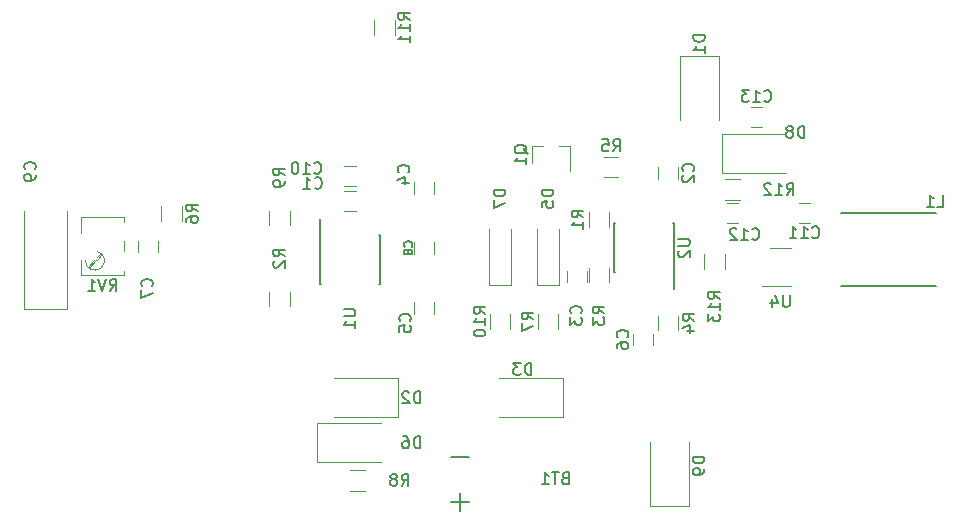
<source format=gbr>
G04 #@! TF.FileFunction,Legend,Bot*
%FSLAX46Y46*%
G04 Gerber Fmt 4.6, Leading zero omitted, Abs format (unit mm)*
G04 Created by KiCad (PCBNEW 4.0.5) date 12/26/17 18:41:23*
%MOMM*%
%LPD*%
G01*
G04 APERTURE LIST*
%ADD10C,0.100000*%
%ADD11C,0.120000*%
%ADD12C,0.150000*%
G04 APERTURE END LIST*
D10*
D11*
X146295000Y-90008000D02*
X146295000Y-88808000D01*
X144535000Y-88808000D02*
X144535000Y-90008000D01*
X127626000Y-81245000D02*
X127626000Y-80045000D01*
X125866000Y-80045000D02*
X125866000Y-81245000D01*
X133950000Y-101990000D02*
X132750000Y-101990000D01*
X132750000Y-103750000D02*
X133950000Y-103750000D01*
X150359000Y-90008000D02*
X150359000Y-88808000D01*
X148599000Y-88808000D02*
X148599000Y-90008000D01*
X116722000Y-79664000D02*
X116722000Y-80864000D01*
X118482000Y-80864000D02*
X118482000Y-79664000D01*
X155413000Y-75447000D02*
X154213000Y-75447000D01*
X154213000Y-77207000D02*
X155413000Y-77207000D01*
X160519000Y-90135000D02*
X160519000Y-88935000D01*
X158759000Y-88935000D02*
X158759000Y-90135000D01*
X152917000Y-84871000D02*
X152917000Y-86071000D01*
X154677000Y-86071000D02*
X154677000Y-84871000D01*
X127626000Y-88103000D02*
X127626000Y-86903000D01*
X125866000Y-86903000D02*
X125866000Y-88103000D01*
X152917000Y-80172000D02*
X152917000Y-81372000D01*
X154677000Y-81372000D02*
X154677000Y-80172000D01*
X133215000Y-77939000D02*
X132215000Y-77939000D01*
X132215000Y-76239000D02*
X133215000Y-76239000D01*
X139788000Y-82685000D02*
X139788000Y-83685000D01*
X138088000Y-83685000D02*
X138088000Y-82685000D01*
X108784000Y-88358000D02*
X108784000Y-80058000D01*
X105084000Y-88358000D02*
X105084000Y-80058000D01*
X108784000Y-88358000D02*
X105084000Y-88358000D01*
X116420000Y-82558000D02*
X116420000Y-83558000D01*
X114720000Y-83558000D02*
X114720000Y-82558000D01*
X156630000Y-91432000D02*
X156630000Y-90432000D01*
X158330000Y-90432000D02*
X158330000Y-91432000D01*
X138088000Y-88765000D02*
X138088000Y-87765000D01*
X139788000Y-87765000D02*
X139788000Y-88765000D01*
X139788000Y-77605000D02*
X139788000Y-78605000D01*
X138088000Y-78605000D02*
X138088000Y-77605000D01*
X152742000Y-85098000D02*
X152742000Y-86098000D01*
X151042000Y-86098000D02*
X151042000Y-85098000D01*
X160489000Y-76335000D02*
X160489000Y-77335000D01*
X158789000Y-77335000D02*
X158789000Y-76335000D01*
X133215000Y-80098000D02*
X132215000Y-80098000D01*
X132215000Y-78398000D02*
X133215000Y-78398000D01*
D12*
X160182000Y-85260000D02*
X160132000Y-85260000D01*
X160182000Y-81110000D02*
X160037000Y-81110000D01*
X155032000Y-81110000D02*
X155177000Y-81110000D01*
X155032000Y-85260000D02*
X155177000Y-85260000D01*
X160182000Y-85260000D02*
X160182000Y-81110000D01*
X155032000Y-85260000D02*
X155032000Y-81110000D01*
X160132000Y-85260000D02*
X160132000Y-86660000D01*
D11*
X148153000Y-74551000D02*
X149083000Y-74551000D01*
X151313000Y-74551000D02*
X150383000Y-74551000D01*
X151313000Y-74551000D02*
X151313000Y-76711000D01*
X148153000Y-74551000D02*
X148153000Y-76011000D01*
X150720000Y-94235000D02*
X150720000Y-97535000D01*
X150720000Y-97535000D02*
X145320000Y-97535000D01*
X150720000Y-94235000D02*
X145320000Y-94235000D01*
D12*
X130140000Y-82126000D02*
X130190000Y-82126000D01*
X130140000Y-86276000D02*
X130285000Y-86276000D01*
X135290000Y-86276000D02*
X135145000Y-86276000D01*
X135290000Y-82126000D02*
X135145000Y-82126000D01*
X130140000Y-82126000D02*
X130140000Y-86276000D01*
X135290000Y-82126000D02*
X135290000Y-86276000D01*
X130190000Y-82126000D02*
X130190000Y-80726000D01*
D11*
X113570000Y-80978000D02*
X113570000Y-80598000D01*
X113570000Y-85518000D02*
X113570000Y-85138000D01*
X113570000Y-83478000D02*
X113570000Y-82638000D01*
X109950000Y-85518000D02*
X109950000Y-84238000D01*
X109950000Y-81878000D02*
X109950000Y-80598000D01*
X113570000Y-85518000D02*
X109950000Y-85518000D01*
X113570000Y-80598000D02*
X109950000Y-80598000D01*
X111620000Y-83638000D02*
X111290000Y-83978000D01*
X111030000Y-84238000D02*
X110490000Y-84778000D01*
X111720000Y-83738000D02*
X111290000Y-84168000D01*
X111230000Y-84238000D02*
X110590000Y-84868000D01*
X110300493Y-84229731D02*
G75*
G03X110300000Y-84258000I809507J-28269D01*
G01*
X110302077Y-84241862D02*
G75*
G03X111280000Y-83468000I807923J-16138D01*
G01*
X129950000Y-101345000D02*
X129950000Y-98045000D01*
X129950000Y-98045000D02*
X135350000Y-98045000D01*
X129950000Y-101345000D02*
X135350000Y-101345000D01*
X136750000Y-94235000D02*
X136750000Y-97535000D01*
X136750000Y-97535000D02*
X131350000Y-97535000D01*
X136750000Y-94235000D02*
X131350000Y-94235000D01*
X160656000Y-66958000D02*
X163956000Y-66958000D01*
X163956000Y-66958000D02*
X163956000Y-72358000D01*
X160656000Y-66958000D02*
X160656000Y-72358000D01*
X146365000Y-86285000D02*
X144465000Y-86285000D01*
X144465000Y-86285000D02*
X144465000Y-81585000D01*
X146365000Y-86285000D02*
X146365000Y-81585000D01*
X150429000Y-86285000D02*
X148529000Y-86285000D01*
X148529000Y-86285000D02*
X148529000Y-81585000D01*
X150429000Y-86285000D02*
X150429000Y-81585000D01*
X170696000Y-79414000D02*
X171696000Y-79414000D01*
X171696000Y-81114000D02*
X170696000Y-81114000D01*
X164600000Y-79414000D02*
X165600000Y-79414000D01*
X165600000Y-81114000D02*
X164600000Y-81114000D01*
X167632000Y-72986000D02*
X166632000Y-72986000D01*
X166632000Y-71286000D02*
X167632000Y-71286000D01*
X164240000Y-76834000D02*
X164240000Y-73534000D01*
X164240000Y-73534000D02*
X169640000Y-73534000D01*
X164240000Y-76834000D02*
X169640000Y-76834000D01*
D12*
X182308000Y-80212000D02*
X174308000Y-80212000D01*
X182308000Y-86412000D02*
X174308000Y-86412000D01*
D11*
X134756000Y-63916000D02*
X134756000Y-65116000D01*
X136516000Y-65116000D02*
X136516000Y-63916000D01*
X164500000Y-79112000D02*
X165700000Y-79112000D01*
X165700000Y-77352000D02*
X164500000Y-77352000D01*
X164456000Y-84928000D02*
X164456000Y-83728000D01*
X162696000Y-83728000D02*
X162696000Y-84928000D01*
X168264000Y-83226000D02*
X170064000Y-83226000D01*
X170064000Y-86446000D02*
X167614000Y-86446000D01*
X161416000Y-105000000D02*
X158116000Y-105000000D01*
X158116000Y-105000000D02*
X158116000Y-99600000D01*
X161416000Y-105000000D02*
X161416000Y-99600000D01*
D12*
X150899714Y-102671571D02*
X150756857Y-102719190D01*
X150709238Y-102766810D01*
X150661619Y-102862048D01*
X150661619Y-103004905D01*
X150709238Y-103100143D01*
X150756857Y-103147762D01*
X150852095Y-103195381D01*
X151233048Y-103195381D01*
X151233048Y-102195381D01*
X150899714Y-102195381D01*
X150804476Y-102243000D01*
X150756857Y-102290619D01*
X150709238Y-102385857D01*
X150709238Y-102481095D01*
X150756857Y-102576333D01*
X150804476Y-102623952D01*
X150899714Y-102671571D01*
X151233048Y-102671571D01*
X150375905Y-102195381D02*
X149804476Y-102195381D01*
X150090191Y-103195381D02*
X150090191Y-102195381D01*
X148947333Y-103195381D02*
X149518762Y-103195381D01*
X149233048Y-103195381D02*
X149233048Y-102195381D01*
X149328286Y-102338238D01*
X149423524Y-102433476D01*
X149518762Y-102481095D01*
X142747905Y-100853857D02*
X141224095Y-100853857D01*
X142747905Y-104663857D02*
X141224095Y-104663857D01*
X141986000Y-105425762D02*
X141986000Y-103901952D01*
X144167381Y-88765143D02*
X143691190Y-88431809D01*
X144167381Y-88193714D02*
X143167381Y-88193714D01*
X143167381Y-88574667D01*
X143215000Y-88669905D01*
X143262619Y-88717524D01*
X143357857Y-88765143D01*
X143500714Y-88765143D01*
X143595952Y-88717524D01*
X143643571Y-88669905D01*
X143691190Y-88574667D01*
X143691190Y-88193714D01*
X144167381Y-89717524D02*
X144167381Y-89146095D01*
X144167381Y-89431809D02*
X143167381Y-89431809D01*
X143310238Y-89336571D01*
X143405476Y-89241333D01*
X143453095Y-89146095D01*
X143167381Y-90336571D02*
X143167381Y-90431810D01*
X143215000Y-90527048D01*
X143262619Y-90574667D01*
X143357857Y-90622286D01*
X143548333Y-90669905D01*
X143786429Y-90669905D01*
X143976905Y-90622286D01*
X144072143Y-90574667D01*
X144119762Y-90527048D01*
X144167381Y-90431810D01*
X144167381Y-90336571D01*
X144119762Y-90241333D01*
X144072143Y-90193714D01*
X143976905Y-90146095D01*
X143786429Y-90098476D01*
X143548333Y-90098476D01*
X143357857Y-90146095D01*
X143262619Y-90193714D01*
X143215000Y-90241333D01*
X143167381Y-90336571D01*
X127198381Y-77049334D02*
X126722190Y-76716000D01*
X127198381Y-76477905D02*
X126198381Y-76477905D01*
X126198381Y-76858858D01*
X126246000Y-76954096D01*
X126293619Y-77001715D01*
X126388857Y-77049334D01*
X126531714Y-77049334D01*
X126626952Y-77001715D01*
X126674571Y-76954096D01*
X126722190Y-76858858D01*
X126722190Y-76477905D01*
X127198381Y-77525524D02*
X127198381Y-77716000D01*
X127150762Y-77811239D01*
X127103143Y-77858858D01*
X126960286Y-77954096D01*
X126769810Y-78001715D01*
X126388857Y-78001715D01*
X126293619Y-77954096D01*
X126246000Y-77906477D01*
X126198381Y-77811239D01*
X126198381Y-77620762D01*
X126246000Y-77525524D01*
X126293619Y-77477905D01*
X126388857Y-77430286D01*
X126626952Y-77430286D01*
X126722190Y-77477905D01*
X126769810Y-77525524D01*
X126817429Y-77620762D01*
X126817429Y-77811239D01*
X126769810Y-77906477D01*
X126722190Y-77954096D01*
X126626952Y-78001715D01*
X137072666Y-103322381D02*
X137406000Y-102846190D01*
X137644095Y-103322381D02*
X137644095Y-102322381D01*
X137263142Y-102322381D01*
X137167904Y-102370000D01*
X137120285Y-102417619D01*
X137072666Y-102512857D01*
X137072666Y-102655714D01*
X137120285Y-102750952D01*
X137167904Y-102798571D01*
X137263142Y-102846190D01*
X137644095Y-102846190D01*
X136501238Y-102750952D02*
X136596476Y-102703333D01*
X136644095Y-102655714D01*
X136691714Y-102560476D01*
X136691714Y-102512857D01*
X136644095Y-102417619D01*
X136596476Y-102370000D01*
X136501238Y-102322381D01*
X136310761Y-102322381D01*
X136215523Y-102370000D01*
X136167904Y-102417619D01*
X136120285Y-102512857D01*
X136120285Y-102560476D01*
X136167904Y-102655714D01*
X136215523Y-102703333D01*
X136310761Y-102750952D01*
X136501238Y-102750952D01*
X136596476Y-102798571D01*
X136644095Y-102846190D01*
X136691714Y-102941429D01*
X136691714Y-103131905D01*
X136644095Y-103227143D01*
X136596476Y-103274762D01*
X136501238Y-103322381D01*
X136310761Y-103322381D01*
X136215523Y-103274762D01*
X136167904Y-103227143D01*
X136120285Y-103131905D01*
X136120285Y-102941429D01*
X136167904Y-102846190D01*
X136215523Y-102798571D01*
X136310761Y-102750952D01*
X148231381Y-89241334D02*
X147755190Y-88908000D01*
X148231381Y-88669905D02*
X147231381Y-88669905D01*
X147231381Y-89050858D01*
X147279000Y-89146096D01*
X147326619Y-89193715D01*
X147421857Y-89241334D01*
X147564714Y-89241334D01*
X147659952Y-89193715D01*
X147707571Y-89146096D01*
X147755190Y-89050858D01*
X147755190Y-88669905D01*
X147231381Y-89574667D02*
X147231381Y-90241334D01*
X148231381Y-89812762D01*
X119832381Y-80097334D02*
X119356190Y-79764000D01*
X119832381Y-79525905D02*
X118832381Y-79525905D01*
X118832381Y-79906858D01*
X118880000Y-80002096D01*
X118927619Y-80049715D01*
X119022857Y-80097334D01*
X119165714Y-80097334D01*
X119260952Y-80049715D01*
X119308571Y-80002096D01*
X119356190Y-79906858D01*
X119356190Y-79525905D01*
X118832381Y-80954477D02*
X118832381Y-80764000D01*
X118880000Y-80668762D01*
X118927619Y-80621143D01*
X119070476Y-80525905D01*
X119260952Y-80478286D01*
X119641905Y-80478286D01*
X119737143Y-80525905D01*
X119784762Y-80573524D01*
X119832381Y-80668762D01*
X119832381Y-80859239D01*
X119784762Y-80954477D01*
X119737143Y-81002096D01*
X119641905Y-81049715D01*
X119403810Y-81049715D01*
X119308571Y-81002096D01*
X119260952Y-80954477D01*
X119213333Y-80859239D01*
X119213333Y-80668762D01*
X119260952Y-80573524D01*
X119308571Y-80525905D01*
X119403810Y-80478286D01*
X154979666Y-75001381D02*
X155313000Y-74525190D01*
X155551095Y-75001381D02*
X155551095Y-74001381D01*
X155170142Y-74001381D01*
X155074904Y-74049000D01*
X155027285Y-74096619D01*
X154979666Y-74191857D01*
X154979666Y-74334714D01*
X155027285Y-74429952D01*
X155074904Y-74477571D01*
X155170142Y-74525190D01*
X155551095Y-74525190D01*
X154074904Y-74001381D02*
X154551095Y-74001381D01*
X154598714Y-74477571D01*
X154551095Y-74429952D01*
X154455857Y-74382333D01*
X154217761Y-74382333D01*
X154122523Y-74429952D01*
X154074904Y-74477571D01*
X154027285Y-74572810D01*
X154027285Y-74810905D01*
X154074904Y-74906143D01*
X154122523Y-74953762D01*
X154217761Y-75001381D01*
X154455857Y-75001381D01*
X154551095Y-74953762D01*
X154598714Y-74906143D01*
X161869381Y-89368334D02*
X161393190Y-89035000D01*
X161869381Y-88796905D02*
X160869381Y-88796905D01*
X160869381Y-89177858D01*
X160917000Y-89273096D01*
X160964619Y-89320715D01*
X161059857Y-89368334D01*
X161202714Y-89368334D01*
X161297952Y-89320715D01*
X161345571Y-89273096D01*
X161393190Y-89177858D01*
X161393190Y-88796905D01*
X161202714Y-90225477D02*
X161869381Y-90225477D01*
X160821762Y-89987381D02*
X161536048Y-89749286D01*
X161536048Y-90368334D01*
X154249381Y-88733334D02*
X153773190Y-88400000D01*
X154249381Y-88161905D02*
X153249381Y-88161905D01*
X153249381Y-88542858D01*
X153297000Y-88638096D01*
X153344619Y-88685715D01*
X153439857Y-88733334D01*
X153582714Y-88733334D01*
X153677952Y-88685715D01*
X153725571Y-88638096D01*
X153773190Y-88542858D01*
X153773190Y-88161905D01*
X153249381Y-89066667D02*
X153249381Y-89685715D01*
X153630333Y-89352381D01*
X153630333Y-89495239D01*
X153677952Y-89590477D01*
X153725571Y-89638096D01*
X153820810Y-89685715D01*
X154058905Y-89685715D01*
X154154143Y-89638096D01*
X154201762Y-89590477D01*
X154249381Y-89495239D01*
X154249381Y-89209524D01*
X154201762Y-89114286D01*
X154154143Y-89066667D01*
X127198381Y-83907334D02*
X126722190Y-83574000D01*
X127198381Y-83335905D02*
X126198381Y-83335905D01*
X126198381Y-83716858D01*
X126246000Y-83812096D01*
X126293619Y-83859715D01*
X126388857Y-83907334D01*
X126531714Y-83907334D01*
X126626952Y-83859715D01*
X126674571Y-83812096D01*
X126722190Y-83716858D01*
X126722190Y-83335905D01*
X126293619Y-84288286D02*
X126246000Y-84335905D01*
X126198381Y-84431143D01*
X126198381Y-84669239D01*
X126246000Y-84764477D01*
X126293619Y-84812096D01*
X126388857Y-84859715D01*
X126484095Y-84859715D01*
X126626952Y-84812096D01*
X127198381Y-84240667D01*
X127198381Y-84859715D01*
X152471381Y-80605334D02*
X151995190Y-80272000D01*
X152471381Y-80033905D02*
X151471381Y-80033905D01*
X151471381Y-80414858D01*
X151519000Y-80510096D01*
X151566619Y-80557715D01*
X151661857Y-80605334D01*
X151804714Y-80605334D01*
X151899952Y-80557715D01*
X151947571Y-80510096D01*
X151995190Y-80414858D01*
X151995190Y-80033905D01*
X152471381Y-81557715D02*
X152471381Y-80986286D01*
X152471381Y-81272000D02*
X151471381Y-81272000D01*
X151614238Y-81176762D01*
X151709476Y-81081524D01*
X151757095Y-80986286D01*
X129674857Y-76811143D02*
X129722476Y-76858762D01*
X129865333Y-76906381D01*
X129960571Y-76906381D01*
X130103429Y-76858762D01*
X130198667Y-76763524D01*
X130246286Y-76668286D01*
X130293905Y-76477810D01*
X130293905Y-76334952D01*
X130246286Y-76144476D01*
X130198667Y-76049238D01*
X130103429Y-75954000D01*
X129960571Y-75906381D01*
X129865333Y-75906381D01*
X129722476Y-75954000D01*
X129674857Y-76001619D01*
X128722476Y-76906381D02*
X129293905Y-76906381D01*
X129008191Y-76906381D02*
X129008191Y-75906381D01*
X129103429Y-76049238D01*
X129198667Y-76144476D01*
X129293905Y-76192095D01*
X128103429Y-75906381D02*
X128008190Y-75906381D01*
X127912952Y-75954000D01*
X127865333Y-76001619D01*
X127817714Y-76096857D01*
X127770095Y-76287333D01*
X127770095Y-76525429D01*
X127817714Y-76715905D01*
X127865333Y-76811143D01*
X127912952Y-76858762D01*
X128008190Y-76906381D01*
X128103429Y-76906381D01*
X128198667Y-76858762D01*
X128246286Y-76811143D01*
X128293905Y-76715905D01*
X128341524Y-76525429D01*
X128341524Y-76287333D01*
X128293905Y-76096857D01*
X128246286Y-76001619D01*
X128198667Y-75954000D01*
X128103429Y-75906381D01*
X137918000Y-83068334D02*
X137951333Y-83035000D01*
X137984667Y-82935000D01*
X137984667Y-82868334D01*
X137951333Y-82768334D01*
X137884667Y-82701667D01*
X137818000Y-82668334D01*
X137684667Y-82635000D01*
X137584667Y-82635000D01*
X137451333Y-82668334D01*
X137384667Y-82701667D01*
X137318000Y-82768334D01*
X137284667Y-82868334D01*
X137284667Y-82935000D01*
X137318000Y-83035000D01*
X137351333Y-83068334D01*
X137584667Y-83468334D02*
X137551333Y-83401667D01*
X137518000Y-83368334D01*
X137451333Y-83335000D01*
X137418000Y-83335000D01*
X137351333Y-83368334D01*
X137318000Y-83401667D01*
X137284667Y-83468334D01*
X137284667Y-83601667D01*
X137318000Y-83668334D01*
X137351333Y-83701667D01*
X137418000Y-83735000D01*
X137451333Y-83735000D01*
X137518000Y-83701667D01*
X137551333Y-83668334D01*
X137584667Y-83601667D01*
X137584667Y-83468334D01*
X137618000Y-83401667D01*
X137651333Y-83368334D01*
X137718000Y-83335000D01*
X137851333Y-83335000D01*
X137918000Y-83368334D01*
X137951333Y-83401667D01*
X137984667Y-83468334D01*
X137984667Y-83601667D01*
X137951333Y-83668334D01*
X137918000Y-83701667D01*
X137851333Y-83735000D01*
X137718000Y-83735000D01*
X137651333Y-83701667D01*
X137618000Y-83668334D01*
X137584667Y-83601667D01*
X106021143Y-76541334D02*
X106068762Y-76493715D01*
X106116381Y-76350858D01*
X106116381Y-76255620D01*
X106068762Y-76112762D01*
X105973524Y-76017524D01*
X105878286Y-75969905D01*
X105687810Y-75922286D01*
X105544952Y-75922286D01*
X105354476Y-75969905D01*
X105259238Y-76017524D01*
X105164000Y-76112762D01*
X105116381Y-76255620D01*
X105116381Y-76350858D01*
X105164000Y-76493715D01*
X105211619Y-76541334D01*
X106116381Y-77017524D02*
X106116381Y-77208000D01*
X106068762Y-77303239D01*
X106021143Y-77350858D01*
X105878286Y-77446096D01*
X105687810Y-77493715D01*
X105306857Y-77493715D01*
X105211619Y-77446096D01*
X105164000Y-77398477D01*
X105116381Y-77303239D01*
X105116381Y-77112762D01*
X105164000Y-77017524D01*
X105211619Y-76969905D01*
X105306857Y-76922286D01*
X105544952Y-76922286D01*
X105640190Y-76969905D01*
X105687810Y-77017524D01*
X105735429Y-77112762D01*
X105735429Y-77303239D01*
X105687810Y-77398477D01*
X105640190Y-77446096D01*
X105544952Y-77493715D01*
X115927143Y-86447334D02*
X115974762Y-86399715D01*
X116022381Y-86256858D01*
X116022381Y-86161620D01*
X115974762Y-86018762D01*
X115879524Y-85923524D01*
X115784286Y-85875905D01*
X115593810Y-85828286D01*
X115450952Y-85828286D01*
X115260476Y-85875905D01*
X115165238Y-85923524D01*
X115070000Y-86018762D01*
X115022381Y-86161620D01*
X115022381Y-86256858D01*
X115070000Y-86399715D01*
X115117619Y-86447334D01*
X115022381Y-86780667D02*
X115022381Y-87447334D01*
X116022381Y-87018762D01*
X156186143Y-90765334D02*
X156233762Y-90717715D01*
X156281381Y-90574858D01*
X156281381Y-90479620D01*
X156233762Y-90336762D01*
X156138524Y-90241524D01*
X156043286Y-90193905D01*
X155852810Y-90146286D01*
X155709952Y-90146286D01*
X155519476Y-90193905D01*
X155424238Y-90241524D01*
X155329000Y-90336762D01*
X155281381Y-90479620D01*
X155281381Y-90574858D01*
X155329000Y-90717715D01*
X155376619Y-90765334D01*
X155281381Y-91622477D02*
X155281381Y-91432000D01*
X155329000Y-91336762D01*
X155376619Y-91289143D01*
X155519476Y-91193905D01*
X155709952Y-91146286D01*
X156090905Y-91146286D01*
X156186143Y-91193905D01*
X156233762Y-91241524D01*
X156281381Y-91336762D01*
X156281381Y-91527239D01*
X156233762Y-91622477D01*
X156186143Y-91670096D01*
X156090905Y-91717715D01*
X155852810Y-91717715D01*
X155757571Y-91670096D01*
X155709952Y-91622477D01*
X155662333Y-91527239D01*
X155662333Y-91336762D01*
X155709952Y-91241524D01*
X155757571Y-91193905D01*
X155852810Y-91146286D01*
X137771143Y-89368334D02*
X137818762Y-89320715D01*
X137866381Y-89177858D01*
X137866381Y-89082620D01*
X137818762Y-88939762D01*
X137723524Y-88844524D01*
X137628286Y-88796905D01*
X137437810Y-88749286D01*
X137294952Y-88749286D01*
X137104476Y-88796905D01*
X137009238Y-88844524D01*
X136914000Y-88939762D01*
X136866381Y-89082620D01*
X136866381Y-89177858D01*
X136914000Y-89320715D01*
X136961619Y-89368334D01*
X136866381Y-90273096D02*
X136866381Y-89796905D01*
X137342571Y-89749286D01*
X137294952Y-89796905D01*
X137247333Y-89892143D01*
X137247333Y-90130239D01*
X137294952Y-90225477D01*
X137342571Y-90273096D01*
X137437810Y-90320715D01*
X137675905Y-90320715D01*
X137771143Y-90273096D01*
X137818762Y-90225477D01*
X137866381Y-90130239D01*
X137866381Y-89892143D01*
X137818762Y-89796905D01*
X137771143Y-89749286D01*
X137644143Y-76795334D02*
X137691762Y-76747715D01*
X137739381Y-76604858D01*
X137739381Y-76509620D01*
X137691762Y-76366762D01*
X137596524Y-76271524D01*
X137501286Y-76223905D01*
X137310810Y-76176286D01*
X137167952Y-76176286D01*
X136977476Y-76223905D01*
X136882238Y-76271524D01*
X136787000Y-76366762D01*
X136739381Y-76509620D01*
X136739381Y-76604858D01*
X136787000Y-76747715D01*
X136834619Y-76795334D01*
X137072714Y-77652477D02*
X137739381Y-77652477D01*
X136691762Y-77414381D02*
X137406048Y-77176286D01*
X137406048Y-77795334D01*
X152249143Y-88733334D02*
X152296762Y-88685715D01*
X152344381Y-88542858D01*
X152344381Y-88447620D01*
X152296762Y-88304762D01*
X152201524Y-88209524D01*
X152106286Y-88161905D01*
X151915810Y-88114286D01*
X151772952Y-88114286D01*
X151582476Y-88161905D01*
X151487238Y-88209524D01*
X151392000Y-88304762D01*
X151344381Y-88447620D01*
X151344381Y-88542858D01*
X151392000Y-88685715D01*
X151439619Y-88733334D01*
X151344381Y-89066667D02*
X151344381Y-89685715D01*
X151725333Y-89352381D01*
X151725333Y-89495239D01*
X151772952Y-89590477D01*
X151820571Y-89638096D01*
X151915810Y-89685715D01*
X152153905Y-89685715D01*
X152249143Y-89638096D01*
X152296762Y-89590477D01*
X152344381Y-89495239D01*
X152344381Y-89209524D01*
X152296762Y-89114286D01*
X152249143Y-89066667D01*
X161746143Y-76668334D02*
X161793762Y-76620715D01*
X161841381Y-76477858D01*
X161841381Y-76382620D01*
X161793762Y-76239762D01*
X161698524Y-76144524D01*
X161603286Y-76096905D01*
X161412810Y-76049286D01*
X161269952Y-76049286D01*
X161079476Y-76096905D01*
X160984238Y-76144524D01*
X160889000Y-76239762D01*
X160841381Y-76382620D01*
X160841381Y-76477858D01*
X160889000Y-76620715D01*
X160936619Y-76668334D01*
X160936619Y-77049286D02*
X160889000Y-77096905D01*
X160841381Y-77192143D01*
X160841381Y-77430239D01*
X160889000Y-77525477D01*
X160936619Y-77573096D01*
X161031857Y-77620715D01*
X161127095Y-77620715D01*
X161269952Y-77573096D01*
X161841381Y-77001667D01*
X161841381Y-77620715D01*
X129706666Y-78081143D02*
X129754285Y-78128762D01*
X129897142Y-78176381D01*
X129992380Y-78176381D01*
X130135238Y-78128762D01*
X130230476Y-78033524D01*
X130278095Y-77938286D01*
X130325714Y-77747810D01*
X130325714Y-77604952D01*
X130278095Y-77414476D01*
X130230476Y-77319238D01*
X130135238Y-77224000D01*
X129992380Y-77176381D01*
X129897142Y-77176381D01*
X129754285Y-77224000D01*
X129706666Y-77271619D01*
X128754285Y-78176381D02*
X129325714Y-78176381D01*
X129040000Y-78176381D02*
X129040000Y-77176381D01*
X129135238Y-77319238D01*
X129230476Y-77414476D01*
X129325714Y-77462095D01*
X160488381Y-82423095D02*
X161297905Y-82423095D01*
X161393143Y-82470714D01*
X161440762Y-82518333D01*
X161488381Y-82613571D01*
X161488381Y-82804048D01*
X161440762Y-82899286D01*
X161393143Y-82946905D01*
X161297905Y-82994524D01*
X160488381Y-82994524D01*
X160583619Y-83423095D02*
X160536000Y-83470714D01*
X160488381Y-83565952D01*
X160488381Y-83804048D01*
X160536000Y-83899286D01*
X160583619Y-83946905D01*
X160678857Y-83994524D01*
X160774095Y-83994524D01*
X160916952Y-83946905D01*
X161488381Y-83375476D01*
X161488381Y-83994524D01*
X147740619Y-75215762D02*
X147693000Y-75120524D01*
X147597762Y-75025286D01*
X147454905Y-74882429D01*
X147407286Y-74787190D01*
X147407286Y-74691952D01*
X147645381Y-74739571D02*
X147597762Y-74644333D01*
X147502524Y-74549095D01*
X147312048Y-74501476D01*
X146978714Y-74501476D01*
X146788238Y-74549095D01*
X146693000Y-74644333D01*
X146645381Y-74739571D01*
X146645381Y-74930048D01*
X146693000Y-75025286D01*
X146788238Y-75120524D01*
X146978714Y-75168143D01*
X147312048Y-75168143D01*
X147502524Y-75120524D01*
X147597762Y-75025286D01*
X147645381Y-74930048D01*
X147645381Y-74739571D01*
X147645381Y-76120524D02*
X147645381Y-75549095D01*
X147645381Y-75834809D02*
X146645381Y-75834809D01*
X146788238Y-75739571D01*
X146883476Y-75644333D01*
X146931095Y-75549095D01*
X148058095Y-93924381D02*
X148058095Y-92924381D01*
X147820000Y-92924381D01*
X147677142Y-92972000D01*
X147581904Y-93067238D01*
X147534285Y-93162476D01*
X147486666Y-93352952D01*
X147486666Y-93495810D01*
X147534285Y-93686286D01*
X147581904Y-93781524D01*
X147677142Y-93876762D01*
X147820000Y-93924381D01*
X148058095Y-93924381D01*
X147153333Y-92924381D02*
X146534285Y-92924381D01*
X146867619Y-93305333D01*
X146724761Y-93305333D01*
X146629523Y-93352952D01*
X146581904Y-93400571D01*
X146534285Y-93495810D01*
X146534285Y-93733905D01*
X146581904Y-93829143D01*
X146629523Y-93876762D01*
X146724761Y-93924381D01*
X147010476Y-93924381D01*
X147105714Y-93876762D01*
X147153333Y-93829143D01*
X132167381Y-88392095D02*
X132976905Y-88392095D01*
X133072143Y-88439714D01*
X133119762Y-88487333D01*
X133167381Y-88582571D01*
X133167381Y-88773048D01*
X133119762Y-88868286D01*
X133072143Y-88915905D01*
X132976905Y-88963524D01*
X132167381Y-88963524D01*
X133167381Y-89963524D02*
X133167381Y-89392095D01*
X133167381Y-89677809D02*
X132167381Y-89677809D01*
X132310238Y-89582571D01*
X132405476Y-89487333D01*
X132453095Y-89392095D01*
X112355238Y-86812381D02*
X112688572Y-86336190D01*
X112926667Y-86812381D02*
X112926667Y-85812381D01*
X112545714Y-85812381D01*
X112450476Y-85860000D01*
X112402857Y-85907619D01*
X112355238Y-86002857D01*
X112355238Y-86145714D01*
X112402857Y-86240952D01*
X112450476Y-86288571D01*
X112545714Y-86336190D01*
X112926667Y-86336190D01*
X112069524Y-85812381D02*
X111736191Y-86812381D01*
X111402857Y-85812381D01*
X110545714Y-86812381D02*
X111117143Y-86812381D01*
X110831429Y-86812381D02*
X110831429Y-85812381D01*
X110926667Y-85955238D01*
X111021905Y-86050476D01*
X111117143Y-86098095D01*
X138660095Y-100147381D02*
X138660095Y-99147381D01*
X138422000Y-99147381D01*
X138279142Y-99195000D01*
X138183904Y-99290238D01*
X138136285Y-99385476D01*
X138088666Y-99575952D01*
X138088666Y-99718810D01*
X138136285Y-99909286D01*
X138183904Y-100004524D01*
X138279142Y-100099762D01*
X138422000Y-100147381D01*
X138660095Y-100147381D01*
X137231523Y-99147381D02*
X137422000Y-99147381D01*
X137517238Y-99195000D01*
X137564857Y-99242619D01*
X137660095Y-99385476D01*
X137707714Y-99575952D01*
X137707714Y-99956905D01*
X137660095Y-100052143D01*
X137612476Y-100099762D01*
X137517238Y-100147381D01*
X137326761Y-100147381D01*
X137231523Y-100099762D01*
X137183904Y-100052143D01*
X137136285Y-99956905D01*
X137136285Y-99718810D01*
X137183904Y-99623571D01*
X137231523Y-99575952D01*
X137326761Y-99528333D01*
X137517238Y-99528333D01*
X137612476Y-99575952D01*
X137660095Y-99623571D01*
X137707714Y-99718810D01*
X138660095Y-96337381D02*
X138660095Y-95337381D01*
X138422000Y-95337381D01*
X138279142Y-95385000D01*
X138183904Y-95480238D01*
X138136285Y-95575476D01*
X138088666Y-95765952D01*
X138088666Y-95908810D01*
X138136285Y-96099286D01*
X138183904Y-96194524D01*
X138279142Y-96289762D01*
X138422000Y-96337381D01*
X138660095Y-96337381D01*
X137707714Y-95432619D02*
X137660095Y-95385000D01*
X137564857Y-95337381D01*
X137326761Y-95337381D01*
X137231523Y-95385000D01*
X137183904Y-95432619D01*
X137136285Y-95527857D01*
X137136285Y-95623095D01*
X137183904Y-95765952D01*
X137755333Y-96337381D01*
X137136285Y-96337381D01*
X162758381Y-65174905D02*
X161758381Y-65174905D01*
X161758381Y-65413000D01*
X161806000Y-65555858D01*
X161901238Y-65651096D01*
X161996476Y-65698715D01*
X162186952Y-65746334D01*
X162329810Y-65746334D01*
X162520286Y-65698715D01*
X162615524Y-65651096D01*
X162710762Y-65555858D01*
X162758381Y-65413000D01*
X162758381Y-65174905D01*
X162758381Y-66698715D02*
X162758381Y-66127286D01*
X162758381Y-66413000D02*
X161758381Y-66413000D01*
X161901238Y-66317762D01*
X161996476Y-66222524D01*
X162044095Y-66127286D01*
X145867381Y-78255905D02*
X144867381Y-78255905D01*
X144867381Y-78494000D01*
X144915000Y-78636858D01*
X145010238Y-78732096D01*
X145105476Y-78779715D01*
X145295952Y-78827334D01*
X145438810Y-78827334D01*
X145629286Y-78779715D01*
X145724524Y-78732096D01*
X145819762Y-78636858D01*
X145867381Y-78494000D01*
X145867381Y-78255905D01*
X144867381Y-79160667D02*
X144867381Y-79827334D01*
X145867381Y-79398762D01*
X149931381Y-78255905D02*
X148931381Y-78255905D01*
X148931381Y-78494000D01*
X148979000Y-78636858D01*
X149074238Y-78732096D01*
X149169476Y-78779715D01*
X149359952Y-78827334D01*
X149502810Y-78827334D01*
X149693286Y-78779715D01*
X149788524Y-78732096D01*
X149883762Y-78636858D01*
X149931381Y-78494000D01*
X149931381Y-78255905D01*
X148931381Y-79732096D02*
X148931381Y-79255905D01*
X149407571Y-79208286D01*
X149359952Y-79255905D01*
X149312333Y-79351143D01*
X149312333Y-79589239D01*
X149359952Y-79684477D01*
X149407571Y-79732096D01*
X149502810Y-79779715D01*
X149740905Y-79779715D01*
X149836143Y-79732096D01*
X149883762Y-79684477D01*
X149931381Y-79589239D01*
X149931381Y-79351143D01*
X149883762Y-79255905D01*
X149836143Y-79208286D01*
X171838857Y-82272143D02*
X171886476Y-82319762D01*
X172029333Y-82367381D01*
X172124571Y-82367381D01*
X172267429Y-82319762D01*
X172362667Y-82224524D01*
X172410286Y-82129286D01*
X172457905Y-81938810D01*
X172457905Y-81795952D01*
X172410286Y-81605476D01*
X172362667Y-81510238D01*
X172267429Y-81415000D01*
X172124571Y-81367381D01*
X172029333Y-81367381D01*
X171886476Y-81415000D01*
X171838857Y-81462619D01*
X170886476Y-82367381D02*
X171457905Y-82367381D01*
X171172191Y-82367381D02*
X171172191Y-81367381D01*
X171267429Y-81510238D01*
X171362667Y-81605476D01*
X171457905Y-81653095D01*
X169934095Y-82367381D02*
X170505524Y-82367381D01*
X170219810Y-82367381D02*
X170219810Y-81367381D01*
X170315048Y-81510238D01*
X170410286Y-81605476D01*
X170505524Y-81653095D01*
X166758857Y-82399143D02*
X166806476Y-82446762D01*
X166949333Y-82494381D01*
X167044571Y-82494381D01*
X167187429Y-82446762D01*
X167282667Y-82351524D01*
X167330286Y-82256286D01*
X167377905Y-82065810D01*
X167377905Y-81922952D01*
X167330286Y-81732476D01*
X167282667Y-81637238D01*
X167187429Y-81542000D01*
X167044571Y-81494381D01*
X166949333Y-81494381D01*
X166806476Y-81542000D01*
X166758857Y-81589619D01*
X165806476Y-82494381D02*
X166377905Y-82494381D01*
X166092191Y-82494381D02*
X166092191Y-81494381D01*
X166187429Y-81637238D01*
X166282667Y-81732476D01*
X166377905Y-81780095D01*
X165425524Y-81589619D02*
X165377905Y-81542000D01*
X165282667Y-81494381D01*
X165044571Y-81494381D01*
X164949333Y-81542000D01*
X164901714Y-81589619D01*
X164854095Y-81684857D01*
X164854095Y-81780095D01*
X164901714Y-81922952D01*
X165473143Y-82494381D01*
X164854095Y-82494381D01*
X167774857Y-70715143D02*
X167822476Y-70762762D01*
X167965333Y-70810381D01*
X168060571Y-70810381D01*
X168203429Y-70762762D01*
X168298667Y-70667524D01*
X168346286Y-70572286D01*
X168393905Y-70381810D01*
X168393905Y-70238952D01*
X168346286Y-70048476D01*
X168298667Y-69953238D01*
X168203429Y-69858000D01*
X168060571Y-69810381D01*
X167965333Y-69810381D01*
X167822476Y-69858000D01*
X167774857Y-69905619D01*
X166822476Y-70810381D02*
X167393905Y-70810381D01*
X167108191Y-70810381D02*
X167108191Y-69810381D01*
X167203429Y-69953238D01*
X167298667Y-70048476D01*
X167393905Y-70096095D01*
X166489143Y-69810381D02*
X165870095Y-69810381D01*
X166203429Y-70191333D01*
X166060571Y-70191333D01*
X165965333Y-70238952D01*
X165917714Y-70286571D01*
X165870095Y-70381810D01*
X165870095Y-70619905D01*
X165917714Y-70715143D01*
X165965333Y-70762762D01*
X166060571Y-70810381D01*
X166346286Y-70810381D01*
X166441524Y-70762762D01*
X166489143Y-70715143D01*
X171172095Y-73858381D02*
X171172095Y-72858381D01*
X170934000Y-72858381D01*
X170791142Y-72906000D01*
X170695904Y-73001238D01*
X170648285Y-73096476D01*
X170600666Y-73286952D01*
X170600666Y-73429810D01*
X170648285Y-73620286D01*
X170695904Y-73715524D01*
X170791142Y-73810762D01*
X170934000Y-73858381D01*
X171172095Y-73858381D01*
X170029238Y-73286952D02*
X170124476Y-73239333D01*
X170172095Y-73191714D01*
X170219714Y-73096476D01*
X170219714Y-73048857D01*
X170172095Y-72953619D01*
X170124476Y-72906000D01*
X170029238Y-72858381D01*
X169838761Y-72858381D01*
X169743523Y-72906000D01*
X169695904Y-72953619D01*
X169648285Y-73048857D01*
X169648285Y-73096476D01*
X169695904Y-73191714D01*
X169743523Y-73239333D01*
X169838761Y-73286952D01*
X170029238Y-73286952D01*
X170124476Y-73334571D01*
X170172095Y-73382190D01*
X170219714Y-73477429D01*
X170219714Y-73667905D01*
X170172095Y-73763143D01*
X170124476Y-73810762D01*
X170029238Y-73858381D01*
X169838761Y-73858381D01*
X169743523Y-73810762D01*
X169695904Y-73763143D01*
X169648285Y-73667905D01*
X169648285Y-73477429D01*
X169695904Y-73382190D01*
X169743523Y-73334571D01*
X169838761Y-73286952D01*
X182411666Y-79700381D02*
X182887857Y-79700381D01*
X182887857Y-78700381D01*
X181554523Y-79700381D02*
X182125952Y-79700381D01*
X181840238Y-79700381D02*
X181840238Y-78700381D01*
X181935476Y-78843238D01*
X182030714Y-78938476D01*
X182125952Y-78986095D01*
X137788381Y-63873143D02*
X137312190Y-63539809D01*
X137788381Y-63301714D02*
X136788381Y-63301714D01*
X136788381Y-63682667D01*
X136836000Y-63777905D01*
X136883619Y-63825524D01*
X136978857Y-63873143D01*
X137121714Y-63873143D01*
X137216952Y-63825524D01*
X137264571Y-63777905D01*
X137312190Y-63682667D01*
X137312190Y-63301714D01*
X137788381Y-64825524D02*
X137788381Y-64254095D01*
X137788381Y-64539809D02*
X136788381Y-64539809D01*
X136931238Y-64444571D01*
X137026476Y-64349333D01*
X137074095Y-64254095D01*
X137788381Y-65777905D02*
X137788381Y-65206476D01*
X137788381Y-65492190D02*
X136788381Y-65492190D01*
X136931238Y-65396952D01*
X137026476Y-65301714D01*
X137074095Y-65206476D01*
X169679857Y-78684381D02*
X170013191Y-78208190D01*
X170251286Y-78684381D02*
X170251286Y-77684381D01*
X169870333Y-77684381D01*
X169775095Y-77732000D01*
X169727476Y-77779619D01*
X169679857Y-77874857D01*
X169679857Y-78017714D01*
X169727476Y-78112952D01*
X169775095Y-78160571D01*
X169870333Y-78208190D01*
X170251286Y-78208190D01*
X168727476Y-78684381D02*
X169298905Y-78684381D01*
X169013191Y-78684381D02*
X169013191Y-77684381D01*
X169108429Y-77827238D01*
X169203667Y-77922476D01*
X169298905Y-77970095D01*
X168346524Y-77779619D02*
X168298905Y-77732000D01*
X168203667Y-77684381D01*
X167965571Y-77684381D01*
X167870333Y-77732000D01*
X167822714Y-77779619D01*
X167775095Y-77874857D01*
X167775095Y-77970095D01*
X167822714Y-78112952D01*
X168394143Y-78684381D01*
X167775095Y-78684381D01*
X164028381Y-87495143D02*
X163552190Y-87161809D01*
X164028381Y-86923714D02*
X163028381Y-86923714D01*
X163028381Y-87304667D01*
X163076000Y-87399905D01*
X163123619Y-87447524D01*
X163218857Y-87495143D01*
X163361714Y-87495143D01*
X163456952Y-87447524D01*
X163504571Y-87399905D01*
X163552190Y-87304667D01*
X163552190Y-86923714D01*
X164028381Y-88447524D02*
X164028381Y-87876095D01*
X164028381Y-88161809D02*
X163028381Y-88161809D01*
X163171238Y-88066571D01*
X163266476Y-87971333D01*
X163314095Y-87876095D01*
X163028381Y-88780857D02*
X163028381Y-89399905D01*
X163409333Y-89066571D01*
X163409333Y-89209429D01*
X163456952Y-89304667D01*
X163504571Y-89352286D01*
X163599810Y-89399905D01*
X163837905Y-89399905D01*
X163933143Y-89352286D01*
X163980762Y-89304667D01*
X164028381Y-89209429D01*
X164028381Y-88923714D01*
X163980762Y-88828476D01*
X163933143Y-88780857D01*
X169925905Y-87188381D02*
X169925905Y-87997905D01*
X169878286Y-88093143D01*
X169830667Y-88140762D01*
X169735429Y-88188381D01*
X169544952Y-88188381D01*
X169449714Y-88140762D01*
X169402095Y-88093143D01*
X169354476Y-87997905D01*
X169354476Y-87188381D01*
X168449714Y-87521714D02*
X168449714Y-88188381D01*
X168687810Y-87140762D02*
X168925905Y-87855048D01*
X168306857Y-87855048D01*
X162718381Y-100861905D02*
X161718381Y-100861905D01*
X161718381Y-101100000D01*
X161766000Y-101242858D01*
X161861238Y-101338096D01*
X161956476Y-101385715D01*
X162146952Y-101433334D01*
X162289810Y-101433334D01*
X162480286Y-101385715D01*
X162575524Y-101338096D01*
X162670762Y-101242858D01*
X162718381Y-101100000D01*
X162718381Y-100861905D01*
X162718381Y-101909524D02*
X162718381Y-102100000D01*
X162670762Y-102195239D01*
X162623143Y-102242858D01*
X162480286Y-102338096D01*
X162289810Y-102385715D01*
X161908857Y-102385715D01*
X161813619Y-102338096D01*
X161766000Y-102290477D01*
X161718381Y-102195239D01*
X161718381Y-102004762D01*
X161766000Y-101909524D01*
X161813619Y-101861905D01*
X161908857Y-101814286D01*
X162146952Y-101814286D01*
X162242190Y-101861905D01*
X162289810Y-101909524D01*
X162337429Y-102004762D01*
X162337429Y-102195239D01*
X162289810Y-102290477D01*
X162242190Y-102338096D01*
X162146952Y-102385715D01*
M02*

</source>
